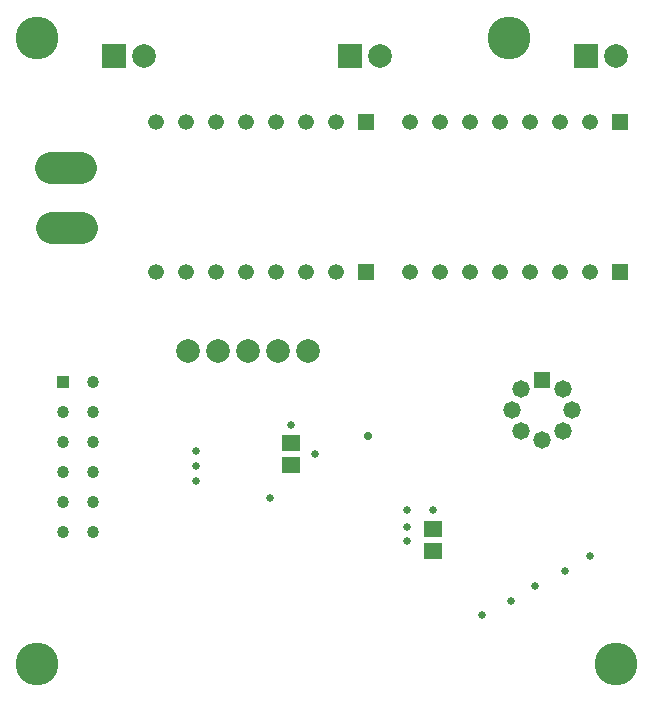
<source format=gbs>
G75*
%MOIN*%
%OFA0B0*%
%FSLAX25Y25*%
%IPPOS*%
%LPD*%
%AMOC8*
5,1,8,0,0,1.08239X$1,22.5*
%
%ADD10C,0.14280*%
%ADD11C,0.05224*%
%ADD12R,0.05224X0.05224*%
%ADD13R,0.06406X0.05618*%
%ADD14C,0.07900*%
%ADD15C,0.10539*%
%ADD16R,0.07900X0.07900*%
%ADD17C,0.05815*%
%ADD18R,0.05815X0.05815*%
%ADD19R,0.04043X0.04043*%
%ADD20C,0.04043*%
%ADD21C,0.02681*%
%ADD22C,0.02878*%
D10*
X0015080Y0015080D03*
X0207993Y0015080D03*
X0172560Y0223741D03*
X0015080Y0223741D03*
D11*
X0054883Y0195591D03*
X0064883Y0195591D03*
X0074883Y0195591D03*
X0084883Y0195591D03*
X0094883Y0195591D03*
X0104883Y0195591D03*
X0114883Y0195591D03*
X0139528Y0195591D03*
X0149528Y0195591D03*
X0159528Y0195591D03*
X0169528Y0195591D03*
X0179528Y0195591D03*
X0189528Y0195591D03*
X0199528Y0195591D03*
X0199528Y0145591D03*
X0189528Y0145591D03*
X0179528Y0145591D03*
X0169528Y0145591D03*
X0159528Y0145591D03*
X0149528Y0145591D03*
X0139528Y0145591D03*
X0114883Y0145591D03*
X0104883Y0145591D03*
X0094883Y0145591D03*
X0084883Y0145591D03*
X0074883Y0145591D03*
X0064883Y0145591D03*
X0054883Y0145591D03*
D12*
X0124883Y0145591D03*
X0124883Y0195591D03*
X0209528Y0195591D03*
X0209528Y0145591D03*
D13*
X0146969Y0060158D03*
X0146969Y0052678D03*
X0099725Y0081221D03*
X0099725Y0088702D03*
D14*
X0095473Y0119410D03*
X0085473Y0119410D03*
X0075473Y0119410D03*
X0065473Y0119410D03*
X0105473Y0119410D03*
X0129410Y0217835D03*
X0050670Y0217835D03*
X0208150Y0217835D03*
D15*
X0029863Y0180316D02*
X0019824Y0180316D01*
X0020060Y0160316D02*
X0030099Y0160316D01*
D16*
X0040670Y0217835D03*
X0119410Y0217835D03*
X0198150Y0217835D03*
D17*
X0190473Y0106812D03*
X0193387Y0099725D03*
X0190473Y0092639D03*
X0183387Y0089725D03*
X0176300Y0092639D03*
X0173387Y0099725D03*
X0176300Y0106812D03*
D18*
X0183387Y0109725D03*
D19*
X0023859Y0108977D03*
D20*
X0023859Y0098977D03*
X0023859Y0088977D03*
X0023859Y0078977D03*
X0023859Y0068977D03*
X0023859Y0058977D03*
X0033859Y0058977D03*
X0033859Y0068977D03*
X0033859Y0078977D03*
X0033859Y0088977D03*
X0033859Y0098977D03*
X0033859Y0108977D03*
D21*
X0068229Y0085946D03*
X0068229Y0081024D03*
X0068229Y0076103D03*
X0092835Y0070198D03*
X0107796Y0084961D03*
X0099725Y0094804D03*
X0138308Y0066497D03*
X0138308Y0060828D03*
X0138308Y0056103D03*
X0146969Y0066261D03*
X0172954Y0036143D03*
X0181024Y0041064D03*
X0191064Y0045985D03*
X0199528Y0051103D03*
X0163505Y0031221D03*
D22*
X0125316Y0090867D03*
M02*

</source>
